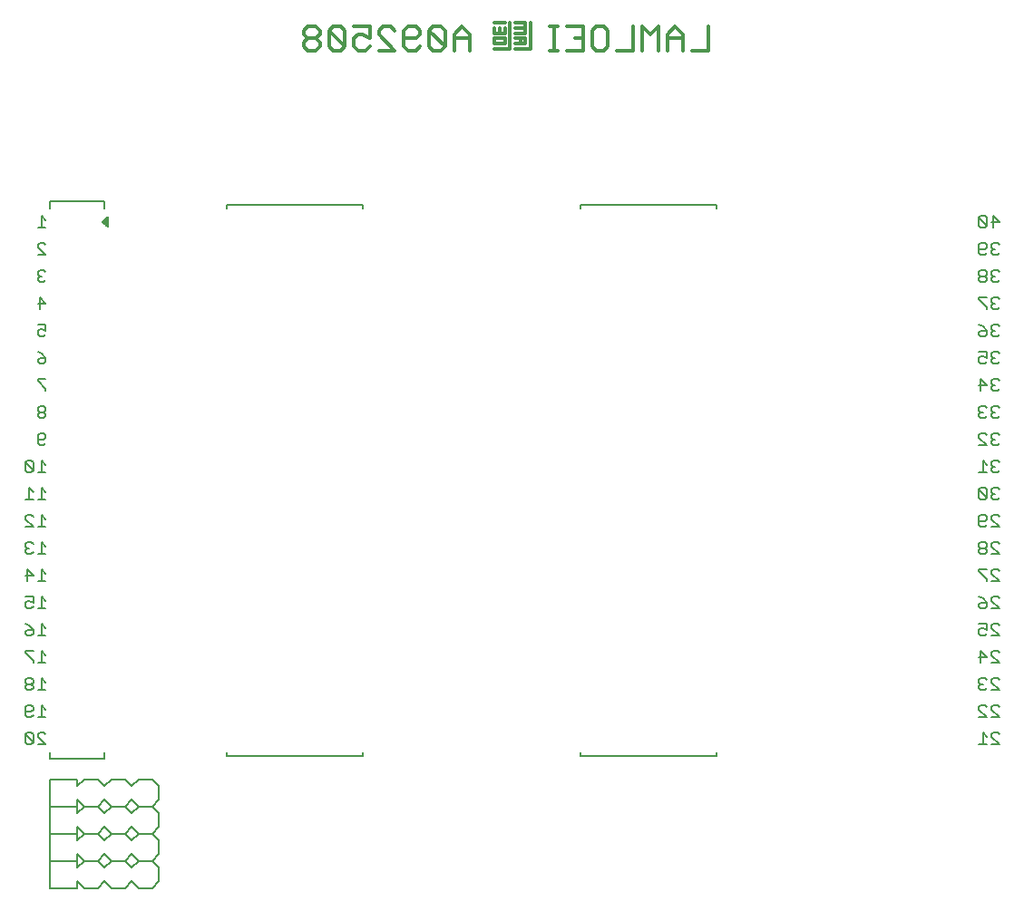
<source format=gbo>
G75*
%MOIN*%
%OFA0B0*%
%FSLAX25Y25*%
%IPPOS*%
%LPD*%
%AMOC8*
5,1,8,0,0,1.08239X$1,22.5*
%
%ADD10C,0.00600*%
%ADD11C,0.01200*%
%ADD12C,0.00500*%
%ADD13C,0.00800*%
D10*
X0004769Y0101450D02*
X0006237Y0101450D01*
X0006971Y0102184D01*
X0004035Y0105120D01*
X0004035Y0102184D01*
X0004769Y0101450D01*
X0006971Y0102184D02*
X0006971Y0105120D01*
X0006237Y0105854D01*
X0004769Y0105854D01*
X0004035Y0105120D01*
X0008639Y0105120D02*
X0009373Y0105854D01*
X0010841Y0105854D01*
X0011575Y0105120D01*
X0008639Y0105120D02*
X0008639Y0104386D01*
X0011575Y0101450D01*
X0008639Y0101450D01*
X0008639Y0111450D02*
X0011575Y0111450D01*
X0010107Y0111450D02*
X0010107Y0115854D01*
X0011575Y0114386D01*
X0006971Y0114386D02*
X0006237Y0113652D01*
X0004035Y0113652D01*
X0004035Y0112184D02*
X0004035Y0115120D01*
X0004769Y0115854D01*
X0006237Y0115854D01*
X0006971Y0115120D01*
X0006971Y0114386D01*
X0006971Y0112184D02*
X0006237Y0111450D01*
X0004769Y0111450D01*
X0004035Y0112184D01*
X0004769Y0121450D02*
X0006237Y0121450D01*
X0006971Y0122184D01*
X0006971Y0122918D01*
X0006237Y0123652D01*
X0004769Y0123652D01*
X0004035Y0122918D01*
X0004035Y0122184D01*
X0004769Y0121450D01*
X0004769Y0123652D02*
X0004035Y0124386D01*
X0004035Y0125120D01*
X0004769Y0125854D01*
X0006237Y0125854D01*
X0006971Y0125120D01*
X0006971Y0124386D01*
X0006237Y0123652D01*
X0008639Y0121450D02*
X0011575Y0121450D01*
X0010107Y0121450D02*
X0010107Y0125854D01*
X0011575Y0124386D01*
X0011575Y0131450D02*
X0008639Y0131450D01*
X0010107Y0131450D02*
X0010107Y0135854D01*
X0011575Y0134386D01*
X0006971Y0135854D02*
X0004035Y0135854D01*
X0004035Y0135120D01*
X0006971Y0132184D01*
X0006971Y0131450D01*
X0006237Y0141450D02*
X0004769Y0141450D01*
X0004035Y0142184D01*
X0004035Y0142918D01*
X0004769Y0143652D01*
X0006971Y0143652D01*
X0006971Y0142184D01*
X0006237Y0141450D01*
X0006971Y0143652D02*
X0005503Y0145120D01*
X0004035Y0145854D01*
X0010107Y0145854D02*
X0010107Y0141450D01*
X0011575Y0141450D02*
X0008639Y0141450D01*
X0011575Y0144386D02*
X0010107Y0145854D01*
X0010107Y0151450D02*
X0010107Y0155854D01*
X0011575Y0154386D01*
X0011575Y0151450D02*
X0008639Y0151450D01*
X0006971Y0152184D02*
X0006237Y0151450D01*
X0004769Y0151450D01*
X0004035Y0152184D01*
X0004035Y0153652D01*
X0004769Y0154386D01*
X0005503Y0154386D01*
X0006971Y0153652D01*
X0006971Y0155854D01*
X0004035Y0155854D01*
X0004769Y0161450D02*
X0004769Y0165854D01*
X0006971Y0163652D01*
X0004035Y0163652D01*
X0008639Y0161450D02*
X0011575Y0161450D01*
X0010107Y0161450D02*
X0010107Y0165854D01*
X0011575Y0164386D01*
X0011575Y0171450D02*
X0008639Y0171450D01*
X0010107Y0171450D02*
X0010107Y0175854D01*
X0011575Y0174386D01*
X0006971Y0175120D02*
X0006237Y0175854D01*
X0004769Y0175854D01*
X0004035Y0175120D01*
X0004035Y0174386D01*
X0004769Y0173652D01*
X0004035Y0172918D01*
X0004035Y0172184D01*
X0004769Y0171450D01*
X0006237Y0171450D01*
X0006971Y0172184D01*
X0005503Y0173652D02*
X0004769Y0173652D01*
X0004035Y0181450D02*
X0006971Y0181450D01*
X0004035Y0184386D01*
X0004035Y0185120D01*
X0004769Y0185854D01*
X0006237Y0185854D01*
X0006971Y0185120D01*
X0010107Y0185854D02*
X0010107Y0181450D01*
X0011575Y0181450D02*
X0008639Y0181450D01*
X0011575Y0184386D02*
X0010107Y0185854D01*
X0010107Y0191450D02*
X0010107Y0195854D01*
X0011575Y0194386D01*
X0011575Y0191450D02*
X0008639Y0191450D01*
X0006971Y0191450D02*
X0004035Y0191450D01*
X0005503Y0191450D02*
X0005503Y0195854D01*
X0006971Y0194386D01*
X0006237Y0201450D02*
X0006971Y0202184D01*
X0004035Y0205120D01*
X0004035Y0202184D01*
X0004769Y0201450D01*
X0006237Y0201450D01*
X0006971Y0202184D02*
X0006971Y0205120D01*
X0006237Y0205854D01*
X0004769Y0205854D01*
X0004035Y0205120D01*
X0008639Y0201450D02*
X0011575Y0201450D01*
X0010107Y0201450D02*
X0010107Y0205854D01*
X0011575Y0204386D01*
X0010841Y0211450D02*
X0009373Y0211450D01*
X0008639Y0212184D01*
X0008639Y0215120D01*
X0009373Y0215854D01*
X0010841Y0215854D01*
X0011575Y0215120D01*
X0011575Y0214386D01*
X0010841Y0213652D01*
X0008639Y0213652D01*
X0010841Y0211450D02*
X0011575Y0212184D01*
X0010841Y0221450D02*
X0011575Y0222184D01*
X0011575Y0222918D01*
X0010841Y0223652D01*
X0009373Y0223652D01*
X0008639Y0222918D01*
X0008639Y0222184D01*
X0009373Y0221450D01*
X0010841Y0221450D01*
X0010841Y0223652D02*
X0011575Y0224386D01*
X0011575Y0225120D01*
X0010841Y0225854D01*
X0009373Y0225854D01*
X0008639Y0225120D01*
X0008639Y0224386D01*
X0009373Y0223652D01*
X0011575Y0231450D02*
X0011575Y0232184D01*
X0008639Y0235120D01*
X0008639Y0235854D01*
X0011575Y0235854D01*
X0010841Y0241450D02*
X0009373Y0241450D01*
X0008639Y0242184D01*
X0008639Y0242918D01*
X0009373Y0243652D01*
X0011575Y0243652D01*
X0011575Y0242184D01*
X0010841Y0241450D01*
X0011575Y0243652D02*
X0010107Y0245120D01*
X0008639Y0245854D01*
X0009373Y0251450D02*
X0010841Y0251450D01*
X0011575Y0252184D01*
X0011575Y0253652D02*
X0010107Y0254386D01*
X0009373Y0254386D01*
X0008639Y0253652D01*
X0008639Y0252184D01*
X0009373Y0251450D01*
X0011575Y0253652D02*
X0011575Y0255854D01*
X0008639Y0255854D01*
X0009373Y0261450D02*
X0009373Y0265854D01*
X0011575Y0263652D01*
X0008639Y0263652D01*
X0009373Y0271450D02*
X0010841Y0271450D01*
X0011575Y0272184D01*
X0010107Y0273652D02*
X0009373Y0273652D01*
X0008639Y0272918D01*
X0008639Y0272184D01*
X0009373Y0271450D01*
X0009373Y0273652D02*
X0008639Y0274386D01*
X0008639Y0275120D01*
X0009373Y0275854D01*
X0010841Y0275854D01*
X0011575Y0275120D01*
X0011575Y0281450D02*
X0008639Y0281450D01*
X0011575Y0281450D02*
X0008639Y0284386D01*
X0008639Y0285120D01*
X0009373Y0285854D01*
X0010841Y0285854D01*
X0011575Y0285120D01*
X0011575Y0291450D02*
X0008639Y0291450D01*
X0010107Y0291450D02*
X0010107Y0295854D01*
X0011575Y0294386D01*
X0354493Y0295120D02*
X0354493Y0292184D01*
X0355227Y0291450D01*
X0356695Y0291450D01*
X0357428Y0292184D01*
X0354493Y0295120D01*
X0355227Y0295854D01*
X0356695Y0295854D01*
X0357428Y0295120D01*
X0357428Y0292184D01*
X0359097Y0293652D02*
X0362032Y0293652D01*
X0359831Y0295854D01*
X0359831Y0291450D01*
X0359831Y0285854D02*
X0359097Y0285120D01*
X0359097Y0284386D01*
X0359831Y0283652D01*
X0359097Y0282918D01*
X0359097Y0282184D01*
X0359831Y0281450D01*
X0361298Y0281450D01*
X0362032Y0282184D01*
X0360564Y0283652D02*
X0359831Y0283652D01*
X0359831Y0285854D02*
X0361298Y0285854D01*
X0362032Y0285120D01*
X0357428Y0285120D02*
X0357428Y0284386D01*
X0356695Y0283652D01*
X0354493Y0283652D01*
X0354493Y0282184D02*
X0354493Y0285120D01*
X0355227Y0285854D01*
X0356695Y0285854D01*
X0357428Y0285120D01*
X0357428Y0282184D02*
X0356695Y0281450D01*
X0355227Y0281450D01*
X0354493Y0282184D01*
X0355227Y0275854D02*
X0354493Y0275120D01*
X0354493Y0274386D01*
X0355227Y0273652D01*
X0356695Y0273652D01*
X0357428Y0274386D01*
X0357428Y0275120D01*
X0356695Y0275854D01*
X0355227Y0275854D01*
X0355227Y0273652D02*
X0354493Y0272918D01*
X0354493Y0272184D01*
X0355227Y0271450D01*
X0356695Y0271450D01*
X0357428Y0272184D01*
X0357428Y0272918D01*
X0356695Y0273652D01*
X0359097Y0272918D02*
X0359097Y0272184D01*
X0359831Y0271450D01*
X0361298Y0271450D01*
X0362032Y0272184D01*
X0360564Y0273652D02*
X0359831Y0273652D01*
X0359097Y0272918D01*
X0359831Y0273652D02*
X0359097Y0274386D01*
X0359097Y0275120D01*
X0359831Y0275854D01*
X0361298Y0275854D01*
X0362032Y0275120D01*
X0361298Y0265854D02*
X0359831Y0265854D01*
X0359097Y0265120D01*
X0359097Y0264386D01*
X0359831Y0263652D01*
X0359097Y0262918D01*
X0359097Y0262184D01*
X0359831Y0261450D01*
X0361298Y0261450D01*
X0362032Y0262184D01*
X0360564Y0263652D02*
X0359831Y0263652D01*
X0362032Y0265120D02*
X0361298Y0265854D01*
X0357428Y0265854D02*
X0354493Y0265854D01*
X0354493Y0265120D01*
X0357428Y0262184D01*
X0357428Y0261450D01*
X0359831Y0255854D02*
X0359097Y0255120D01*
X0359097Y0254386D01*
X0359831Y0253652D01*
X0359097Y0252918D01*
X0359097Y0252184D01*
X0359831Y0251450D01*
X0361298Y0251450D01*
X0362032Y0252184D01*
X0360564Y0253652D02*
X0359831Y0253652D01*
X0359831Y0255854D02*
X0361298Y0255854D01*
X0362032Y0255120D01*
X0357428Y0253652D02*
X0355227Y0253652D01*
X0354493Y0252918D01*
X0354493Y0252184D01*
X0355227Y0251450D01*
X0356695Y0251450D01*
X0357428Y0252184D01*
X0357428Y0253652D01*
X0355961Y0255120D01*
X0354493Y0255854D01*
X0354493Y0245854D02*
X0357428Y0245854D01*
X0357428Y0243652D01*
X0355961Y0244386D01*
X0355227Y0244386D01*
X0354493Y0243652D01*
X0354493Y0242184D01*
X0355227Y0241450D01*
X0356695Y0241450D01*
X0357428Y0242184D01*
X0359097Y0242184D02*
X0359097Y0242918D01*
X0359831Y0243652D01*
X0360564Y0243652D01*
X0359831Y0243652D02*
X0359097Y0244386D01*
X0359097Y0245120D01*
X0359831Y0245854D01*
X0361298Y0245854D01*
X0362032Y0245120D01*
X0362032Y0242184D02*
X0361298Y0241450D01*
X0359831Y0241450D01*
X0359097Y0242184D01*
X0359831Y0235854D02*
X0359097Y0235120D01*
X0359097Y0234386D01*
X0359831Y0233652D01*
X0359097Y0232918D01*
X0359097Y0232184D01*
X0359831Y0231450D01*
X0361298Y0231450D01*
X0362032Y0232184D01*
X0360564Y0233652D02*
X0359831Y0233652D01*
X0359831Y0235854D02*
X0361298Y0235854D01*
X0362032Y0235120D01*
X0357428Y0233652D02*
X0354493Y0233652D01*
X0355227Y0231450D02*
X0355227Y0235854D01*
X0357428Y0233652D01*
X0356695Y0225854D02*
X0355227Y0225854D01*
X0354493Y0225120D01*
X0354493Y0224386D01*
X0355227Y0223652D01*
X0354493Y0222918D01*
X0354493Y0222184D01*
X0355227Y0221450D01*
X0356695Y0221450D01*
X0357428Y0222184D01*
X0359097Y0222184D02*
X0359097Y0222918D01*
X0359831Y0223652D01*
X0360564Y0223652D01*
X0359831Y0223652D02*
X0359097Y0224386D01*
X0359097Y0225120D01*
X0359831Y0225854D01*
X0361298Y0225854D01*
X0362032Y0225120D01*
X0362032Y0222184D02*
X0361298Y0221450D01*
X0359831Y0221450D01*
X0359097Y0222184D01*
X0357428Y0225120D02*
X0356695Y0225854D01*
X0355961Y0223652D02*
X0355227Y0223652D01*
X0355227Y0215854D02*
X0356695Y0215854D01*
X0357428Y0215120D01*
X0359097Y0215120D02*
X0359097Y0214386D01*
X0359831Y0213652D01*
X0359097Y0212918D01*
X0359097Y0212184D01*
X0359831Y0211450D01*
X0361298Y0211450D01*
X0362032Y0212184D01*
X0360564Y0213652D02*
X0359831Y0213652D01*
X0359097Y0215120D02*
X0359831Y0215854D01*
X0361298Y0215854D01*
X0362032Y0215120D01*
X0357428Y0211450D02*
X0354493Y0214386D01*
X0354493Y0215120D01*
X0355227Y0215854D01*
X0354493Y0211450D02*
X0357428Y0211450D01*
X0355961Y0205854D02*
X0355961Y0201450D01*
X0357428Y0201450D02*
X0354493Y0201450D01*
X0357428Y0204386D02*
X0355961Y0205854D01*
X0359097Y0205120D02*
X0359097Y0204386D01*
X0359831Y0203652D01*
X0359097Y0202918D01*
X0359097Y0202184D01*
X0359831Y0201450D01*
X0361298Y0201450D01*
X0362032Y0202184D01*
X0360564Y0203652D02*
X0359831Y0203652D01*
X0359097Y0205120D02*
X0359831Y0205854D01*
X0361298Y0205854D01*
X0362032Y0205120D01*
X0361298Y0195854D02*
X0359831Y0195854D01*
X0359097Y0195120D01*
X0359097Y0194386D01*
X0359831Y0193652D01*
X0359097Y0192918D01*
X0359097Y0192184D01*
X0359831Y0191450D01*
X0361298Y0191450D01*
X0362032Y0192184D01*
X0360564Y0193652D02*
X0359831Y0193652D01*
X0362032Y0195120D02*
X0361298Y0195854D01*
X0357428Y0195120D02*
X0357428Y0192184D01*
X0354493Y0195120D01*
X0354493Y0192184D01*
X0355227Y0191450D01*
X0356695Y0191450D01*
X0357428Y0192184D01*
X0357428Y0195120D02*
X0356695Y0195854D01*
X0355227Y0195854D01*
X0354493Y0195120D01*
X0355227Y0185854D02*
X0356695Y0185854D01*
X0357428Y0185120D01*
X0357428Y0184386D01*
X0356695Y0183652D01*
X0354493Y0183652D01*
X0354493Y0182184D02*
X0354493Y0185120D01*
X0355227Y0185854D01*
X0354493Y0182184D02*
X0355227Y0181450D01*
X0356695Y0181450D01*
X0357428Y0182184D01*
X0359097Y0181450D02*
X0362032Y0181450D01*
X0359097Y0184386D01*
X0359097Y0185120D01*
X0359831Y0185854D01*
X0361298Y0185854D01*
X0362032Y0185120D01*
X0361298Y0175854D02*
X0362032Y0175120D01*
X0361298Y0175854D02*
X0359831Y0175854D01*
X0359097Y0175120D01*
X0359097Y0174386D01*
X0362032Y0171450D01*
X0359097Y0171450D01*
X0357428Y0172184D02*
X0357428Y0172918D01*
X0356695Y0173652D01*
X0355227Y0173652D01*
X0354493Y0172918D01*
X0354493Y0172184D01*
X0355227Y0171450D01*
X0356695Y0171450D01*
X0357428Y0172184D01*
X0356695Y0173652D02*
X0357428Y0174386D01*
X0357428Y0175120D01*
X0356695Y0175854D01*
X0355227Y0175854D01*
X0354493Y0175120D01*
X0354493Y0174386D01*
X0355227Y0173652D01*
X0354493Y0165854D02*
X0354493Y0165120D01*
X0357428Y0162184D01*
X0357428Y0161450D01*
X0359097Y0161450D02*
X0362032Y0161450D01*
X0359097Y0164386D01*
X0359097Y0165120D01*
X0359831Y0165854D01*
X0361298Y0165854D01*
X0362032Y0165120D01*
X0357428Y0165854D02*
X0354493Y0165854D01*
X0354493Y0155854D02*
X0355961Y0155120D01*
X0357428Y0153652D01*
X0355227Y0153652D01*
X0354493Y0152918D01*
X0354493Y0152184D01*
X0355227Y0151450D01*
X0356695Y0151450D01*
X0357428Y0152184D01*
X0357428Y0153652D01*
X0359097Y0154386D02*
X0359097Y0155120D01*
X0359831Y0155854D01*
X0361298Y0155854D01*
X0362032Y0155120D01*
X0359097Y0154386D02*
X0362032Y0151450D01*
X0359097Y0151450D01*
X0359831Y0145854D02*
X0361298Y0145854D01*
X0362032Y0145120D01*
X0359831Y0145854D02*
X0359097Y0145120D01*
X0359097Y0144386D01*
X0362032Y0141450D01*
X0359097Y0141450D01*
X0357428Y0142184D02*
X0356695Y0141450D01*
X0355227Y0141450D01*
X0354493Y0142184D01*
X0354493Y0143652D01*
X0355227Y0144386D01*
X0355961Y0144386D01*
X0357428Y0143652D01*
X0357428Y0145854D01*
X0354493Y0145854D01*
X0355227Y0135854D02*
X0357428Y0133652D01*
X0354493Y0133652D01*
X0355227Y0131450D02*
X0355227Y0135854D01*
X0359097Y0135120D02*
X0359097Y0134386D01*
X0362032Y0131450D01*
X0359097Y0131450D01*
X0359097Y0135120D02*
X0359831Y0135854D01*
X0361298Y0135854D01*
X0362032Y0135120D01*
X0361298Y0125854D02*
X0362032Y0125120D01*
X0361298Y0125854D02*
X0359831Y0125854D01*
X0359097Y0125120D01*
X0359097Y0124386D01*
X0362032Y0121450D01*
X0359097Y0121450D01*
X0357428Y0122184D02*
X0356695Y0121450D01*
X0355227Y0121450D01*
X0354493Y0122184D01*
X0354493Y0122918D01*
X0355227Y0123652D01*
X0355961Y0123652D01*
X0355227Y0123652D02*
X0354493Y0124386D01*
X0354493Y0125120D01*
X0355227Y0125854D01*
X0356695Y0125854D01*
X0357428Y0125120D01*
X0356695Y0115854D02*
X0355227Y0115854D01*
X0354493Y0115120D01*
X0354493Y0114386D01*
X0357428Y0111450D01*
X0354493Y0111450D01*
X0357428Y0115120D02*
X0356695Y0115854D01*
X0359097Y0115120D02*
X0359831Y0115854D01*
X0361298Y0115854D01*
X0362032Y0115120D01*
X0359097Y0115120D02*
X0359097Y0114386D01*
X0362032Y0111450D01*
X0359097Y0111450D01*
X0359831Y0105854D02*
X0361298Y0105854D01*
X0362032Y0105120D01*
X0359831Y0105854D02*
X0359097Y0105120D01*
X0359097Y0104386D01*
X0362032Y0101450D01*
X0359097Y0101450D01*
X0357428Y0101450D02*
X0354493Y0101450D01*
X0355961Y0101450D02*
X0355961Y0105854D01*
X0357428Y0104386D01*
D11*
X0255025Y0356750D02*
X0249153Y0356750D01*
X0245817Y0356750D02*
X0245817Y0362622D01*
X0242881Y0365558D01*
X0239945Y0362622D01*
X0239945Y0356750D01*
X0236609Y0356750D02*
X0236609Y0365558D01*
X0233673Y0362622D01*
X0230737Y0365558D01*
X0230737Y0356750D01*
X0227401Y0356750D02*
X0221529Y0356750D01*
X0218193Y0358218D02*
X0216725Y0356750D01*
X0213789Y0356750D01*
X0212321Y0358218D01*
X0212321Y0364090D01*
X0213789Y0365558D01*
X0216725Y0365558D01*
X0218193Y0364090D01*
X0218193Y0358218D01*
X0208985Y0356750D02*
X0208985Y0365558D01*
X0203114Y0365558D01*
X0199777Y0365558D02*
X0196842Y0365558D01*
X0198309Y0365558D02*
X0198309Y0356750D01*
X0196842Y0356750D02*
X0199777Y0356750D01*
X0203114Y0356750D02*
X0208985Y0356750D01*
X0208985Y0361154D02*
X0206049Y0361154D01*
X0189687Y0357400D02*
X0184062Y0357400D01*
X0182187Y0357400D02*
X0176562Y0357400D01*
X0176562Y0359275D02*
X0176562Y0361150D01*
X0180312Y0361150D01*
X0180312Y0359275D01*
X0176562Y0359275D01*
X0176562Y0363025D02*
X0176562Y0364900D01*
X0176562Y0363025D02*
X0180312Y0363025D01*
X0180312Y0364900D01*
X0178437Y0364900D02*
X0178437Y0363650D01*
X0180312Y0366775D02*
X0176562Y0366775D01*
X0182187Y0366775D02*
X0182187Y0357400D01*
X0184062Y0359275D02*
X0185937Y0359275D01*
X0185937Y0361150D01*
X0184062Y0361150D01*
X0185937Y0361150D02*
X0187812Y0361150D01*
X0187812Y0359275D01*
X0185937Y0359275D01*
X0189687Y0357400D02*
X0189687Y0366775D01*
X0187812Y0366775D02*
X0184062Y0366775D01*
X0184062Y0364900D02*
X0187812Y0364900D01*
X0187812Y0366775D01*
X0187812Y0364900D02*
X0187812Y0363025D01*
X0184062Y0363025D01*
X0167525Y0362622D02*
X0167525Y0356750D01*
X0167525Y0361154D02*
X0161653Y0361154D01*
X0161653Y0362622D02*
X0161653Y0356750D01*
X0158317Y0358218D02*
X0152445Y0364090D01*
X0152445Y0358218D01*
X0153913Y0356750D01*
X0156849Y0356750D01*
X0158317Y0358218D01*
X0158317Y0364090D01*
X0156849Y0365558D01*
X0153913Y0365558D01*
X0152445Y0364090D01*
X0149109Y0364090D02*
X0147641Y0365558D01*
X0144705Y0365558D01*
X0143237Y0364090D01*
X0143237Y0358218D01*
X0144705Y0356750D01*
X0147641Y0356750D01*
X0149109Y0358218D01*
X0147641Y0361154D02*
X0143237Y0361154D01*
X0147641Y0361154D02*
X0149109Y0362622D01*
X0149109Y0364090D01*
X0139901Y0364090D02*
X0138433Y0365558D01*
X0135497Y0365558D01*
X0134029Y0364090D01*
X0134029Y0362622D01*
X0139901Y0356750D01*
X0134029Y0356750D01*
X0130693Y0358218D02*
X0129225Y0356750D01*
X0126289Y0356750D01*
X0124821Y0358218D01*
X0124821Y0361154D01*
X0126289Y0362622D01*
X0127757Y0362622D01*
X0130693Y0361154D01*
X0130693Y0365558D01*
X0124821Y0365558D01*
X0121485Y0364090D02*
X0120017Y0365558D01*
X0117081Y0365558D01*
X0115614Y0364090D01*
X0121485Y0358218D01*
X0120017Y0356750D01*
X0117081Y0356750D01*
X0115614Y0358218D01*
X0115614Y0364090D01*
X0112277Y0364090D02*
X0110809Y0365558D01*
X0107874Y0365558D01*
X0106406Y0364090D01*
X0106406Y0362622D01*
X0107874Y0361154D01*
X0110809Y0361154D01*
X0112277Y0362622D01*
X0112277Y0364090D01*
X0110809Y0361154D02*
X0112277Y0359686D01*
X0112277Y0358218D01*
X0110809Y0356750D01*
X0107874Y0356750D01*
X0106406Y0358218D01*
X0106406Y0359686D01*
X0107874Y0361154D01*
X0121485Y0358218D02*
X0121485Y0364090D01*
X0161653Y0362622D02*
X0164589Y0365558D01*
X0167525Y0362622D01*
X0227401Y0365558D02*
X0227401Y0356750D01*
X0239945Y0361154D02*
X0245817Y0361154D01*
X0255025Y0365558D02*
X0255025Y0356750D01*
D12*
X0258125Y0299900D02*
X0208125Y0299900D01*
X0208125Y0298650D01*
X0258125Y0298650D02*
X0258125Y0299900D01*
X0128125Y0299900D02*
X0128125Y0298650D01*
X0128125Y0299900D02*
X0078125Y0299900D01*
X0078125Y0298650D01*
X0034375Y0295525D02*
X0034375Y0291775D01*
X0032500Y0293650D01*
X0034375Y0295525D01*
X0034375Y0295362D02*
X0034211Y0295362D01*
X0034375Y0294863D02*
X0033712Y0294863D01*
X0033214Y0294365D02*
X0034375Y0294365D01*
X0034375Y0293866D02*
X0032715Y0293866D01*
X0032782Y0293368D02*
X0034375Y0293368D01*
X0034375Y0292869D02*
X0033281Y0292869D01*
X0033779Y0292371D02*
X0034375Y0292371D01*
X0034375Y0291872D02*
X0034278Y0291872D01*
X0033125Y0298650D02*
X0033125Y0301150D01*
X0013125Y0301150D01*
X0013125Y0298650D01*
X0013125Y0098650D02*
X0013125Y0096150D01*
X0033125Y0096150D01*
X0033125Y0098650D01*
X0078125Y0098650D02*
X0078125Y0097400D01*
X0128125Y0097400D01*
X0128125Y0098650D01*
X0208125Y0098650D02*
X0208125Y0097400D01*
X0258125Y0097400D01*
X0258125Y0098650D01*
D13*
X0023125Y0048650D02*
X0013125Y0048650D01*
X0013125Y0051150D01*
X0013125Y0056150D01*
X0013125Y0058650D01*
X0023125Y0058650D01*
X0023125Y0056150D01*
X0025625Y0058650D01*
X0030625Y0058650D01*
X0033125Y0056150D01*
X0035625Y0058650D01*
X0040625Y0058650D01*
X0043125Y0056150D01*
X0045625Y0058650D01*
X0050625Y0058650D01*
X0053125Y0056150D01*
X0053125Y0051150D01*
X0050625Y0048650D01*
X0045625Y0048650D01*
X0043125Y0051150D01*
X0040625Y0048650D01*
X0035625Y0048650D01*
X0033125Y0051150D01*
X0030625Y0048650D01*
X0025625Y0048650D01*
X0023125Y0051150D01*
X0023125Y0048650D01*
X0023125Y0058650D02*
X0023125Y0061150D01*
X0025625Y0058650D01*
X0030625Y0058650D01*
X0033125Y0061150D01*
X0035625Y0058650D01*
X0040625Y0058650D01*
X0043125Y0061150D01*
X0045625Y0058650D01*
X0050625Y0058650D01*
X0053125Y0061150D01*
X0053125Y0066150D01*
X0050625Y0068650D01*
X0045625Y0068650D01*
X0043125Y0066150D01*
X0040625Y0068650D01*
X0035625Y0068650D01*
X0033125Y0066150D01*
X0030625Y0068650D01*
X0025625Y0068650D01*
X0023125Y0066150D01*
X0023125Y0068650D01*
X0013125Y0068650D01*
X0013125Y0066150D01*
X0013125Y0061150D01*
X0013125Y0058650D01*
X0023125Y0058650D01*
X0023125Y0068650D02*
X0013125Y0068650D01*
X0013125Y0071150D01*
X0013125Y0076150D01*
X0013125Y0078650D01*
X0023125Y0078650D01*
X0023125Y0076150D01*
X0025625Y0078650D01*
X0030625Y0078650D01*
X0033125Y0076150D01*
X0035625Y0078650D01*
X0040625Y0078650D01*
X0043125Y0076150D01*
X0045625Y0078650D01*
X0050625Y0078650D01*
X0053125Y0076150D01*
X0053125Y0071150D01*
X0050625Y0068650D01*
X0045625Y0068650D01*
X0043125Y0071150D01*
X0040625Y0068650D01*
X0035625Y0068650D01*
X0033125Y0071150D01*
X0030625Y0068650D01*
X0025625Y0068650D01*
X0023125Y0071150D01*
X0023125Y0068650D01*
X0023125Y0078650D02*
X0023125Y0081150D01*
X0025625Y0078650D01*
X0030625Y0078650D01*
X0033125Y0081150D01*
X0035625Y0078650D01*
X0040625Y0078650D01*
X0043125Y0081150D01*
X0045625Y0078650D01*
X0050625Y0078650D01*
X0053125Y0081150D01*
X0053125Y0086150D01*
X0050625Y0088650D01*
X0045625Y0088650D01*
X0043125Y0086150D01*
X0040625Y0088650D01*
X0035625Y0088650D01*
X0033125Y0086150D01*
X0030625Y0088650D01*
X0025625Y0088650D01*
X0023125Y0086150D01*
X0023125Y0088650D01*
X0013125Y0088650D01*
X0013125Y0086150D01*
X0013125Y0081150D01*
X0013125Y0078650D01*
X0023125Y0078650D01*
M02*

</source>
